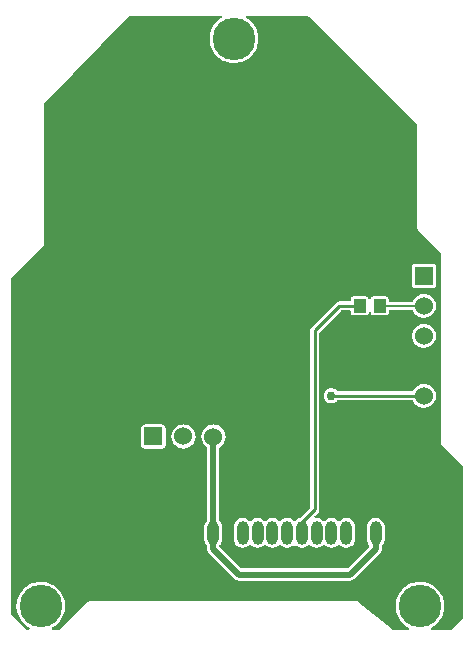
<source format=gbl>
G04 Layer: BottomLayer*
G04 EasyEDA v6.5.22, 2022-12-22 11:17:51*
G04 ce4e8ce13fa74190b801a80eed42a14c,57500b8d1a72451d9db585c8b3981418,10*
G04 Gerber Generator version 0.2*
G04 Scale: 100 percent, Rotated: No, Reflected: No *
G04 Dimensions in inches *
G04 leading zeros omitted , absolute positions ,3 integer and 6 decimal *
%FSLAX36Y36*%
%MOIN*%

%AMMACRO1*4,1,4,-0.0197,0.0217,0.0197,0.0217,0.0197,-0.0217,-0.0197,-0.0217,-0.0197,0.0217,0*%
%ADD10C,0.0320*%
%ADD11C,0.0060*%
%ADD12C,0.0100*%
%ADD13C,0.0200*%
%ADD14MACRO1*%
%ADD15R,0.0600X0.0600*%
%ADD16C,0.0600*%
%ADD17O,0.039689999999999996X0.07937*%
%ADD18C,0.1417*%
%ADD19C,0.0187*%
%ADD20C,0.0298*%

%LPD*%
G36*
X56980Y6200D02*
G01*
X55460Y6500D01*
X54160Y7380D01*
X7380Y54160D01*
X6500Y55460D01*
X6200Y56980D01*
X6200Y1176880D01*
X6500Y1178400D01*
X7380Y1179700D01*
X114420Y1286759D01*
X115600Y1288340D01*
X116199Y1289780D01*
X116440Y1291440D01*
X116440Y1759640D01*
X116740Y1761140D01*
X117579Y1762420D01*
X399080Y2051639D01*
X400400Y2052540D01*
X401940Y2052840D01*
X704640Y2052840D01*
X706340Y2052480D01*
X707720Y2051399D01*
X708500Y2049860D01*
X708560Y2048120D01*
X707880Y2046519D01*
X706580Y2045360D01*
X705639Y2044840D01*
X699200Y2040380D01*
X693220Y2035340D01*
X687740Y2029740D01*
X682840Y2023620D01*
X678540Y2017080D01*
X674900Y2010140D01*
X671960Y2002880D01*
X669720Y1995380D01*
X668220Y1987700D01*
X667460Y1979900D01*
X667460Y1972060D01*
X668220Y1964259D01*
X669720Y1956579D01*
X671960Y1949079D01*
X674900Y1941819D01*
X678540Y1934880D01*
X682840Y1928340D01*
X687740Y1922220D01*
X693220Y1916620D01*
X699200Y1911579D01*
X705639Y1907120D01*
X712500Y1903320D01*
X719680Y1900180D01*
X727120Y1897760D01*
X734780Y1896080D01*
X742540Y1895140D01*
X750380Y1894940D01*
X758199Y1895520D01*
X765920Y1896819D01*
X773460Y1898880D01*
X780800Y1901660D01*
X787820Y1905140D01*
X794460Y1909259D01*
X800699Y1914019D01*
X806420Y1919360D01*
X811620Y1925220D01*
X816220Y1931560D01*
X820200Y1938300D01*
X823500Y1945420D01*
X826100Y1952800D01*
X827980Y1960400D01*
X829100Y1968160D01*
X829479Y1975980D01*
X829100Y1983800D01*
X827980Y1991560D01*
X826100Y1999160D01*
X823500Y2006540D01*
X820200Y2013660D01*
X816220Y2020400D01*
X811620Y2026740D01*
X806420Y2032600D01*
X800699Y2037940D01*
X794460Y2042700D01*
X790020Y2045460D01*
X788800Y2046639D01*
X788180Y2048240D01*
X788280Y2049940D01*
X789100Y2051459D01*
X790460Y2052480D01*
X792140Y2052840D01*
X991080Y2052840D01*
X992600Y2052560D01*
X993900Y2051699D01*
X1358760Y1691500D01*
X1359640Y1690180D01*
X1359940Y1688640D01*
X1359940Y1342020D01*
X1360220Y1340060D01*
X1360820Y1338620D01*
X1361840Y1337280D01*
X1436720Y1262380D01*
X1437580Y1261080D01*
X1437900Y1259560D01*
X1437900Y628640D01*
X1438180Y626680D01*
X1438760Y625240D01*
X1439780Y623900D01*
X1512300Y551360D01*
X1513180Y550060D01*
X1513480Y548520D01*
X1513480Y48720D01*
X1513180Y47180D01*
X1512300Y45880D01*
X1473800Y7380D01*
X1472500Y6500D01*
X1470960Y6200D01*
X1409620Y6200D01*
X1407960Y6560D01*
X1406579Y7600D01*
X1405780Y9100D01*
X1405680Y10820D01*
X1406300Y12420D01*
X1407520Y13600D01*
X1414560Y17940D01*
X1420780Y22700D01*
X1426500Y28020D01*
X1431699Y33900D01*
X1436300Y40220D01*
X1440280Y46980D01*
X1443580Y54080D01*
X1446180Y61480D01*
X1448060Y69080D01*
X1449180Y76820D01*
X1449560Y84640D01*
X1449180Y92480D01*
X1448060Y100220D01*
X1446180Y107820D01*
X1443580Y115220D01*
X1440280Y122320D01*
X1436300Y129080D01*
X1431699Y135400D01*
X1426500Y141280D01*
X1420780Y146600D01*
X1414540Y151360D01*
X1407900Y155500D01*
X1400880Y158960D01*
X1393540Y161740D01*
X1386000Y163800D01*
X1378280Y165120D01*
X1370460Y165680D01*
X1362620Y165500D01*
X1354860Y164560D01*
X1347200Y162860D01*
X1339760Y160440D01*
X1332580Y157320D01*
X1325720Y153500D01*
X1319280Y149060D01*
X1313300Y144000D01*
X1307820Y138400D01*
X1302920Y132300D01*
X1298620Y125740D01*
X1294980Y118800D01*
X1292040Y111560D01*
X1289800Y104040D01*
X1288300Y96359D01*
X1287540Y88560D01*
X1287540Y80740D01*
X1288300Y72940D01*
X1289800Y65260D01*
X1292040Y57740D01*
X1294980Y50500D01*
X1298620Y43560D01*
X1302920Y37000D01*
X1307820Y30900D01*
X1313300Y25299D01*
X1319280Y20240D01*
X1325720Y15800D01*
X1329500Y13700D01*
X1330800Y12540D01*
X1331480Y10940D01*
X1331420Y9200D01*
X1330640Y7640D01*
X1329259Y6580D01*
X1327560Y6200D01*
X1276140Y6200D01*
X1274780Y6440D01*
X1273580Y7120D01*
X1163240Y99060D01*
X1161480Y100160D01*
X1160800Y100399D01*
X1158760Y100680D01*
X268000Y100680D01*
X266040Y100399D01*
X264740Y99880D01*
X263360Y98900D01*
X167960Y7320D01*
X166680Y6480D01*
X165180Y6200D01*
X145460Y6200D01*
X143780Y6560D01*
X142420Y7600D01*
X141600Y9100D01*
X141500Y10820D01*
X142120Y12420D01*
X143360Y13600D01*
X150380Y17940D01*
X156600Y22700D01*
X162340Y28020D01*
X167540Y33900D01*
X172140Y40220D01*
X176100Y46980D01*
X179400Y54080D01*
X182000Y61480D01*
X183880Y69080D01*
X185020Y76820D01*
X185400Y84640D01*
X185020Y92480D01*
X183880Y100220D01*
X182000Y107820D01*
X179400Y115220D01*
X176100Y122320D01*
X172140Y129080D01*
X167540Y135400D01*
X162340Y141280D01*
X156600Y146600D01*
X150380Y151360D01*
X143720Y155500D01*
X136700Y158960D01*
X129380Y161740D01*
X121820Y163800D01*
X114100Y165120D01*
X106280Y165680D01*
X98460Y165500D01*
X90680Y164560D01*
X83040Y162860D01*
X75580Y160440D01*
X68400Y157320D01*
X61560Y153500D01*
X55119Y149060D01*
X49120Y144000D01*
X43660Y138400D01*
X38760Y132300D01*
X34460Y125740D01*
X30820Y118800D01*
X27860Y111560D01*
X25620Y104040D01*
X24120Y96359D01*
X23360Y88560D01*
X23360Y80740D01*
X24120Y72940D01*
X25620Y65260D01*
X27860Y57740D01*
X30820Y50500D01*
X34460Y43560D01*
X38760Y37000D01*
X43660Y30900D01*
X49120Y25299D01*
X55119Y20240D01*
X61560Y15800D01*
X65320Y13700D01*
X66640Y12540D01*
X67320Y10940D01*
X67260Y9200D01*
X66460Y7640D01*
X65080Y6580D01*
X63380Y6200D01*
G37*

%LPC*%
G36*
X764800Y169800D02*
G01*
X1134800Y169800D01*
X1136640Y169880D01*
X1138380Y170120D01*
X1140100Y170500D01*
X1141780Y171020D01*
X1143420Y171700D01*
X1144980Y172500D01*
X1146460Y173460D01*
X1147860Y174520D01*
X1149220Y175780D01*
X1234900Y261439D01*
X1236140Y262800D01*
X1237220Y264200D01*
X1238160Y265700D01*
X1238980Y267260D01*
X1239640Y268880D01*
X1240180Y270560D01*
X1240560Y272280D01*
X1240780Y274020D01*
X1240880Y275880D01*
X1240880Y285520D01*
X1241200Y287120D01*
X1242140Y288440D01*
X1242680Y288940D01*
X1245480Y292460D01*
X1247720Y296340D01*
X1249360Y300520D01*
X1250360Y304900D01*
X1250720Y309520D01*
X1250720Y348900D01*
X1250360Y353519D01*
X1249360Y357900D01*
X1247720Y362080D01*
X1245480Y365959D01*
X1242680Y369480D01*
X1239400Y372540D01*
X1235680Y375060D01*
X1231640Y377000D01*
X1227360Y378340D01*
X1222920Y379000D01*
X1218420Y379000D01*
X1213980Y378340D01*
X1209700Y377000D01*
X1205660Y375060D01*
X1201940Y372540D01*
X1198660Y369480D01*
X1195860Y365959D01*
X1193620Y362080D01*
X1191980Y357900D01*
X1190980Y353519D01*
X1190620Y348900D01*
X1190620Y309520D01*
X1190980Y304900D01*
X1191980Y300520D01*
X1193620Y296340D01*
X1195860Y292460D01*
X1199960Y287300D01*
X1200320Y285740D01*
X1200020Y284160D01*
X1199140Y282820D01*
X1127680Y211380D01*
X1126380Y210500D01*
X1124860Y210200D01*
X774740Y210200D01*
X773220Y210500D01*
X771919Y211380D01*
X700660Y282640D01*
X699760Y283960D01*
X699479Y285540D01*
X699820Y287100D01*
X700759Y288400D01*
X701340Y288940D01*
X704140Y292460D01*
X706380Y296340D01*
X708020Y300520D01*
X709020Y304900D01*
X709380Y309520D01*
X709380Y348900D01*
X709020Y353519D01*
X708020Y357900D01*
X706380Y362080D01*
X704140Y365959D01*
X701340Y369480D01*
X700900Y369900D01*
X699960Y371220D01*
X699620Y372840D01*
X700120Y613040D01*
X700360Y614400D01*
X701040Y615580D01*
X706960Y620200D01*
X710699Y624060D01*
X713880Y628380D01*
X716460Y633080D01*
X718379Y638100D01*
X719640Y643319D01*
X720160Y648660D01*
X719980Y654020D01*
X719100Y659320D01*
X717500Y664440D01*
X715240Y669320D01*
X712360Y673840D01*
X708900Y677940D01*
X704900Y681540D01*
X700480Y684580D01*
X695699Y687000D01*
X690620Y688760D01*
X685360Y689840D01*
X680000Y690200D01*
X674640Y689840D01*
X669380Y688760D01*
X664300Y687000D01*
X659520Y684580D01*
X655100Y681540D01*
X651100Y677940D01*
X647640Y673840D01*
X644760Y669320D01*
X642500Y664440D01*
X640900Y659320D01*
X640020Y654020D01*
X639840Y648660D01*
X640360Y643319D01*
X641620Y638100D01*
X643540Y633080D01*
X646120Y628380D01*
X649300Y624060D01*
X653040Y620200D01*
X658800Y615660D01*
X659479Y614480D01*
X659720Y613120D01*
X659220Y372980D01*
X658880Y371380D01*
X657940Y370060D01*
X657320Y369480D01*
X654520Y365959D01*
X652280Y362080D01*
X650639Y357900D01*
X649640Y353519D01*
X649280Y348900D01*
X649280Y309520D01*
X649640Y304900D01*
X650639Y300520D01*
X652280Y296340D01*
X654520Y292460D01*
X658600Y287300D01*
X658940Y285700D01*
X658940Y275680D01*
X659020Y273820D01*
X659240Y272080D01*
X659620Y270360D01*
X660160Y268680D01*
X660819Y267060D01*
X661640Y265500D01*
X662580Y264000D01*
X663660Y262600D01*
X664900Y261240D01*
X750380Y175780D01*
X751740Y174520D01*
X753139Y173460D01*
X754620Y172500D01*
X756180Y171700D01*
X757820Y171020D01*
X759500Y170500D01*
X761220Y170120D01*
X762960Y169880D01*
G37*
G36*
X775520Y279420D02*
G01*
X780000Y279420D01*
X784440Y280080D01*
X788740Y281420D01*
X792780Y283360D01*
X796480Y285880D01*
X799640Y288820D01*
X800900Y289620D01*
X802360Y289880D01*
X803820Y289620D01*
X805080Y288820D01*
X808240Y285880D01*
X811960Y283360D01*
X816000Y281420D01*
X820280Y280080D01*
X824720Y279420D01*
X829220Y279420D01*
X833660Y280080D01*
X837940Y281420D01*
X841979Y283360D01*
X845699Y285880D01*
X848860Y288820D01*
X850120Y289620D01*
X851580Y289880D01*
X853040Y289620D01*
X854300Y288820D01*
X857460Y285880D01*
X861160Y283360D01*
X865200Y281420D01*
X869500Y280080D01*
X873940Y279420D01*
X878420Y279420D01*
X882860Y280080D01*
X887159Y281420D01*
X891200Y283360D01*
X894900Y285880D01*
X898060Y288820D01*
X899320Y289620D01*
X900780Y289880D01*
X902240Y289620D01*
X903500Y288820D01*
X906660Y285880D01*
X910380Y283360D01*
X914419Y281420D01*
X918700Y280080D01*
X923139Y279420D01*
X927640Y279420D01*
X932080Y280080D01*
X936360Y281420D01*
X940400Y283360D01*
X944120Y285880D01*
X947280Y288820D01*
X948540Y289620D01*
X950000Y289900D01*
X951460Y289620D01*
X952720Y288820D01*
X955879Y285880D01*
X959599Y283360D01*
X963640Y281420D01*
X967920Y280080D01*
X972360Y279420D01*
X976860Y279420D01*
X981300Y280080D01*
X985580Y281420D01*
X989620Y283360D01*
X993340Y285880D01*
X996500Y288820D01*
X997760Y289620D01*
X999220Y289880D01*
X1000680Y289620D01*
X1001940Y288820D01*
X1005100Y285880D01*
X1008800Y283360D01*
X1012840Y281420D01*
X1017140Y280080D01*
X1021580Y279420D01*
X1026060Y279420D01*
X1030500Y280080D01*
X1034800Y281420D01*
X1038840Y283360D01*
X1042540Y285880D01*
X1045699Y288820D01*
X1046960Y289620D01*
X1048420Y289880D01*
X1049880Y289620D01*
X1051140Y288820D01*
X1054300Y285880D01*
X1058020Y283360D01*
X1062060Y281420D01*
X1066340Y280080D01*
X1070780Y279420D01*
X1075280Y279420D01*
X1079720Y280080D01*
X1084000Y281420D01*
X1088040Y283360D01*
X1091760Y285880D01*
X1094920Y288820D01*
X1096180Y289620D01*
X1097640Y289880D01*
X1099100Y289620D01*
X1100360Y288820D01*
X1103520Y285880D01*
X1107220Y283360D01*
X1111260Y281420D01*
X1115560Y280080D01*
X1120000Y279420D01*
X1124480Y279420D01*
X1128920Y280080D01*
X1133220Y281420D01*
X1137260Y283360D01*
X1140960Y285880D01*
X1144260Y288940D01*
X1147060Y292460D01*
X1149300Y296340D01*
X1150940Y300520D01*
X1151940Y304900D01*
X1152280Y309520D01*
X1152280Y348900D01*
X1151940Y353519D01*
X1150940Y357900D01*
X1149300Y362080D01*
X1147060Y365959D01*
X1144260Y369480D01*
X1140960Y372540D01*
X1137260Y375060D01*
X1133220Y377000D01*
X1128920Y378340D01*
X1124480Y379000D01*
X1120000Y379000D01*
X1115560Y378340D01*
X1111260Y377000D01*
X1107220Y375060D01*
X1103520Y372540D01*
X1100360Y369600D01*
X1099100Y368800D01*
X1097640Y368540D01*
X1096180Y368800D01*
X1094920Y369600D01*
X1091760Y372540D01*
X1088040Y375060D01*
X1084000Y377000D01*
X1079720Y378340D01*
X1075280Y379000D01*
X1070780Y379000D01*
X1066340Y378340D01*
X1062060Y377000D01*
X1058020Y375060D01*
X1054300Y372540D01*
X1051140Y369600D01*
X1049880Y368800D01*
X1048420Y368540D01*
X1046960Y368800D01*
X1045699Y369600D01*
X1042540Y372540D01*
X1038840Y375060D01*
X1034800Y377000D01*
X1030500Y378340D01*
X1026060Y379000D01*
X1019440Y379020D01*
X1017980Y379780D01*
X1016940Y381079D01*
X1016520Y382680D01*
X1016780Y384320D01*
X1017680Y385720D01*
X1028600Y396640D01*
X1030620Y399099D01*
X1032020Y401719D01*
X1032880Y404560D01*
X1033199Y407720D01*
X1033199Y996620D01*
X1033500Y998160D01*
X1034380Y999460D01*
X1105080Y1069460D01*
X1106380Y1070320D01*
X1107900Y1070620D01*
X1133440Y1070620D01*
X1134980Y1070320D01*
X1136260Y1069440D01*
X1137140Y1068160D01*
X1137440Y1066620D01*
X1137440Y1064400D01*
X1137720Y1061900D01*
X1138480Y1059760D01*
X1139680Y1057820D01*
X1141300Y1056220D01*
X1143220Y1055000D01*
X1145380Y1054260D01*
X1147860Y1053960D01*
X1186780Y1053960D01*
X1189280Y1054260D01*
X1191420Y1055000D01*
X1193360Y1056220D01*
X1194960Y1057820D01*
X1196180Y1059760D01*
X1197000Y1062140D01*
X1197860Y1063540D01*
X1199180Y1064480D01*
X1200780Y1064820D01*
X1202380Y1064480D01*
X1203720Y1063540D01*
X1204560Y1062140D01*
X1205400Y1059760D01*
X1206600Y1057820D01*
X1208220Y1056220D01*
X1210140Y1055000D01*
X1212300Y1054260D01*
X1214780Y1053960D01*
X1253700Y1053960D01*
X1256200Y1054260D01*
X1258340Y1055000D01*
X1260280Y1056220D01*
X1261880Y1057820D01*
X1263100Y1059760D01*
X1263840Y1061900D01*
X1264140Y1064400D01*
X1264140Y1068620D01*
X1264440Y1070160D01*
X1265300Y1071440D01*
X1266600Y1072320D01*
X1268140Y1072620D01*
X1341279Y1072620D01*
X1342800Y1072320D01*
X1344100Y1071460D01*
X1344960Y1070180D01*
X1346020Y1067700D01*
X1348760Y1063080D01*
X1352080Y1058860D01*
X1355940Y1055120D01*
X1360260Y1051940D01*
X1364980Y1049360D01*
X1369980Y1047440D01*
X1375200Y1046180D01*
X1380540Y1045660D01*
X1385920Y1045840D01*
X1391200Y1046720D01*
X1396339Y1048319D01*
X1401200Y1050580D01*
X1405740Y1053460D01*
X1409840Y1056920D01*
X1413440Y1060920D01*
X1416480Y1065340D01*
X1418899Y1070120D01*
X1420660Y1075200D01*
X1421720Y1080460D01*
X1422080Y1085820D01*
X1421720Y1091180D01*
X1420660Y1096440D01*
X1418899Y1101520D01*
X1416480Y1106300D01*
X1413440Y1110720D01*
X1409840Y1114720D01*
X1405740Y1118180D01*
X1401200Y1121060D01*
X1396339Y1123320D01*
X1391200Y1124920D01*
X1385920Y1125800D01*
X1380540Y1125980D01*
X1375200Y1125460D01*
X1369980Y1124200D01*
X1364980Y1122280D01*
X1360260Y1119700D01*
X1355940Y1116520D01*
X1352080Y1112780D01*
X1348760Y1108560D01*
X1346020Y1103940D01*
X1344960Y1101460D01*
X1344100Y1100180D01*
X1342800Y1099320D01*
X1341279Y1099020D01*
X1268140Y1099020D01*
X1266600Y1099320D01*
X1265300Y1100200D01*
X1264440Y1101480D01*
X1264140Y1103020D01*
X1264140Y1107260D01*
X1263840Y1109740D01*
X1263100Y1111900D01*
X1261880Y1113820D01*
X1260280Y1115440D01*
X1258340Y1116640D01*
X1256200Y1117400D01*
X1253700Y1117680D01*
X1214780Y1117680D01*
X1212300Y1117400D01*
X1210140Y1116640D01*
X1208220Y1115440D01*
X1206600Y1113820D01*
X1205400Y1111900D01*
X1204560Y1109520D01*
X1203720Y1108120D01*
X1202380Y1107180D01*
X1200780Y1106840D01*
X1199180Y1107180D01*
X1197860Y1108120D01*
X1197000Y1109520D01*
X1196180Y1111900D01*
X1194960Y1113820D01*
X1193360Y1115440D01*
X1191420Y1116640D01*
X1189280Y1117400D01*
X1186780Y1117680D01*
X1147860Y1117680D01*
X1145380Y1117400D01*
X1143220Y1116640D01*
X1141300Y1115440D01*
X1139680Y1113820D01*
X1138480Y1111900D01*
X1137720Y1109740D01*
X1137440Y1107260D01*
X1137440Y1105020D01*
X1137140Y1103480D01*
X1136260Y1102200D01*
X1134980Y1101320D01*
X1133440Y1101020D01*
X1100200Y1101020D01*
X1097120Y1100720D01*
X1094260Y1099880D01*
X1091620Y1098480D01*
X1089160Y1096480D01*
X1007440Y1015560D01*
X1005420Y1013120D01*
X1004000Y1010500D01*
X1003120Y1007660D01*
X1002800Y1004419D01*
X1002800Y415480D01*
X1002500Y413960D01*
X1001620Y412660D01*
X967720Y378760D01*
X966960Y378160D01*
X966080Y377760D01*
X963640Y377000D01*
X959599Y375060D01*
X955879Y372540D01*
X952720Y369600D01*
X951460Y368800D01*
X950000Y368519D01*
X948540Y368800D01*
X947280Y369600D01*
X944120Y372540D01*
X940400Y375060D01*
X936360Y377000D01*
X932080Y378340D01*
X927640Y379000D01*
X923139Y379000D01*
X918700Y378340D01*
X914419Y377000D01*
X910380Y375060D01*
X906660Y372540D01*
X903500Y369600D01*
X902240Y368800D01*
X900780Y368540D01*
X899320Y368800D01*
X898060Y369600D01*
X894900Y372540D01*
X891200Y375060D01*
X887159Y377000D01*
X882860Y378340D01*
X878420Y379000D01*
X873940Y379000D01*
X869500Y378340D01*
X865200Y377000D01*
X861160Y375060D01*
X857460Y372540D01*
X854300Y369600D01*
X853040Y368800D01*
X851580Y368540D01*
X850120Y368800D01*
X848860Y369600D01*
X845699Y372540D01*
X841979Y375060D01*
X837940Y377000D01*
X833660Y378340D01*
X829220Y379000D01*
X824720Y379000D01*
X820280Y378340D01*
X816000Y377000D01*
X811960Y375060D01*
X808240Y372540D01*
X805080Y369600D01*
X803820Y368800D01*
X802360Y368540D01*
X800900Y368800D01*
X799640Y369600D01*
X796480Y372540D01*
X792780Y375060D01*
X788740Y377000D01*
X784440Y378340D01*
X780000Y379000D01*
X775520Y379000D01*
X771080Y378340D01*
X766780Y377000D01*
X762740Y375060D01*
X759040Y372540D01*
X755740Y369480D01*
X752940Y365959D01*
X750699Y362080D01*
X749060Y357900D01*
X748060Y353519D01*
X747720Y348900D01*
X747720Y309520D01*
X748060Y304900D01*
X749060Y300520D01*
X750699Y296340D01*
X752940Y292460D01*
X755740Y288940D01*
X759040Y285880D01*
X762740Y283360D01*
X766780Y281420D01*
X771080Y280080D01*
G37*
G36*
X450220Y609800D02*
G01*
X509780Y609800D01*
X512260Y610100D01*
X514420Y610840D01*
X516340Y612060D01*
X517960Y613660D01*
X519159Y615600D01*
X519920Y617740D01*
X520200Y620240D01*
X520200Y679780D01*
X519920Y682280D01*
X519159Y684419D01*
X517960Y686360D01*
X516340Y687960D01*
X514420Y689180D01*
X512260Y689920D01*
X509780Y690200D01*
X450220Y690200D01*
X447740Y689920D01*
X445580Y689180D01*
X443660Y687960D01*
X442040Y686360D01*
X440840Y684419D01*
X440080Y682280D01*
X439799Y679780D01*
X439799Y620240D01*
X440080Y617740D01*
X440840Y615600D01*
X442040Y613660D01*
X443660Y612060D01*
X445580Y610840D01*
X447740Y610100D01*
G37*
G36*
X577320Y609900D02*
G01*
X582680Y609900D01*
X588000Y610620D01*
X593180Y612040D01*
X598120Y614140D01*
X602740Y616880D01*
X606960Y620200D01*
X610700Y624060D01*
X613880Y628380D01*
X616460Y633100D01*
X618380Y638100D01*
X619640Y643319D01*
X620160Y648660D01*
X619980Y654040D01*
X619100Y659320D01*
X617500Y664460D01*
X615240Y669320D01*
X612360Y673860D01*
X608900Y677960D01*
X604900Y681560D01*
X600480Y684599D01*
X595700Y687020D01*
X590620Y688780D01*
X585360Y689840D01*
X580000Y690200D01*
X574640Y689840D01*
X569380Y688780D01*
X564300Y687020D01*
X559520Y684599D01*
X555100Y681560D01*
X551100Y677960D01*
X547640Y673860D01*
X544760Y669320D01*
X542500Y664460D01*
X540900Y659320D01*
X540020Y654040D01*
X539840Y648660D01*
X540360Y643319D01*
X541620Y638100D01*
X543540Y633100D01*
X546120Y628380D01*
X549300Y624060D01*
X553040Y620200D01*
X557260Y616880D01*
X561880Y614140D01*
X566820Y612040D01*
X572000Y610620D01*
G37*
G36*
X1380540Y745660D02*
G01*
X1385920Y745840D01*
X1391200Y746740D01*
X1396339Y748319D01*
X1401200Y750580D01*
X1405740Y753480D01*
X1409840Y756940D01*
X1413440Y760920D01*
X1416480Y765340D01*
X1418899Y770140D01*
X1420660Y775220D01*
X1421720Y780480D01*
X1422080Y785819D01*
X1421720Y791180D01*
X1420660Y796440D01*
X1418899Y801520D01*
X1416480Y806320D01*
X1413440Y810740D01*
X1409840Y814720D01*
X1405740Y818180D01*
X1401200Y821080D01*
X1396339Y823340D01*
X1391200Y824920D01*
X1385920Y825819D01*
X1380540Y826000D01*
X1375200Y825460D01*
X1369980Y824220D01*
X1364980Y822280D01*
X1360260Y819700D01*
X1355940Y816520D01*
X1352080Y812780D01*
X1348760Y808580D01*
X1344940Y802180D01*
X1343640Y801340D01*
X1342120Y801020D01*
X1094960Y801020D01*
X1093360Y801360D01*
X1092020Y802320D01*
X1090220Y804280D01*
X1086940Y806820D01*
X1083300Y808800D01*
X1079380Y810140D01*
X1075300Y810819D01*
X1071160Y810819D01*
X1067080Y810140D01*
X1063160Y808800D01*
X1059520Y806820D01*
X1056240Y804280D01*
X1053440Y801240D01*
X1051180Y797760D01*
X1049520Y793980D01*
X1048500Y789960D01*
X1048160Y785819D01*
X1048500Y781700D01*
X1049520Y777680D01*
X1051180Y773900D01*
X1053440Y770420D01*
X1056240Y767380D01*
X1059520Y764840D01*
X1063160Y762860D01*
X1067080Y761520D01*
X1071160Y760840D01*
X1075300Y760840D01*
X1079380Y761520D01*
X1083300Y762860D01*
X1086940Y764840D01*
X1090220Y767380D01*
X1092020Y769340D01*
X1093360Y770300D01*
X1094960Y770620D01*
X1342120Y770620D01*
X1343640Y770320D01*
X1344940Y769479D01*
X1348760Y763080D01*
X1352080Y758880D01*
X1355940Y755140D01*
X1360260Y751960D01*
X1364980Y749380D01*
X1369980Y747440D01*
X1375200Y746200D01*
G37*
G36*
X1380540Y945660D02*
G01*
X1385920Y945840D01*
X1391200Y946720D01*
X1396339Y948319D01*
X1401200Y950580D01*
X1405740Y953460D01*
X1409840Y956919D01*
X1413440Y960920D01*
X1416480Y965340D01*
X1418899Y970120D01*
X1420660Y975200D01*
X1421720Y980460D01*
X1422080Y985819D01*
X1421720Y991180D01*
X1420660Y996440D01*
X1418899Y1001520D01*
X1416480Y1006300D01*
X1413440Y1010720D01*
X1409840Y1014720D01*
X1405740Y1018180D01*
X1401200Y1021060D01*
X1396339Y1023319D01*
X1391200Y1024920D01*
X1385920Y1025800D01*
X1380540Y1025980D01*
X1375200Y1025460D01*
X1369980Y1024200D01*
X1364980Y1022280D01*
X1360260Y1019700D01*
X1355940Y1016520D01*
X1352080Y1012780D01*
X1348760Y1008560D01*
X1346020Y1003940D01*
X1343920Y999000D01*
X1342500Y993820D01*
X1341780Y988500D01*
X1341780Y983139D01*
X1342500Y977820D01*
X1343920Y972640D01*
X1346020Y967700D01*
X1348760Y963080D01*
X1352080Y958860D01*
X1355940Y955120D01*
X1360260Y951940D01*
X1364980Y949360D01*
X1369980Y947440D01*
X1375200Y946180D01*
G37*
G36*
X1352120Y1145620D02*
G01*
X1411660Y1145620D01*
X1414160Y1145900D01*
X1416300Y1146660D01*
X1418240Y1147860D01*
X1419840Y1149480D01*
X1421060Y1151400D01*
X1421800Y1153560D01*
X1422100Y1156040D01*
X1422100Y1215600D01*
X1421800Y1218080D01*
X1421060Y1220240D01*
X1419840Y1222160D01*
X1418240Y1223780D01*
X1416300Y1224980D01*
X1414160Y1225740D01*
X1411660Y1226020D01*
X1352120Y1226020D01*
X1349620Y1225740D01*
X1347480Y1224980D01*
X1345540Y1223780D01*
X1343940Y1222160D01*
X1342720Y1220240D01*
X1341980Y1218080D01*
X1341699Y1215600D01*
X1341699Y1156040D01*
X1341980Y1153560D01*
X1342720Y1151400D01*
X1343940Y1149480D01*
X1345540Y1147860D01*
X1347480Y1146660D01*
X1349620Y1145900D01*
G37*

%LPD*%
D10*
X679130Y346610D02*
G01*
X679330Y346410D01*
X679330Y329210D01*
D11*
X1381890Y1085820D02*
G01*
X1234250Y1085820D01*
D12*
X974610Y329210D02*
G01*
X974610Y364140D01*
X1018000Y407530D01*
X1018000Y1004620D01*
X1100000Y1085820D01*
X1167320Y1085820D01*
X1073230Y785830D02*
G01*
X1381890Y785830D01*
D13*
X1220670Y329210D02*
G01*
X1220670Y275790D01*
X1134880Y190000D01*
X764720Y190000D01*
X679130Y275590D01*
X679130Y326770D01*
X728340Y326770D02*
G01*
X728340Y281660D01*
X780000Y230000D01*
X1120000Y230000D01*
X1171460Y281460D01*
X1171460Y329210D01*
X679330Y329210D02*
G01*
X680000Y650000D01*
X728540Y329210D02*
G01*
X728540Y378540D01*
X780000Y430000D01*
X780000Y650000D01*
D14*
G01*
X1167324Y1085825D03*
G01*
X1234245Y1085825D03*
D15*
G01*
X1381890Y1185820D03*
D16*
G01*
X1381890Y1085820D03*
G01*
X1381890Y985819D03*
G01*
X1381890Y885819D03*
G01*
X1381890Y785830D03*
D17*
G01*
X679330Y329210D03*
G01*
X728540Y329210D03*
G01*
X777760Y329210D03*
G01*
X826970Y329210D03*
G01*
X876180Y329210D03*
G01*
X925390Y329210D03*
G01*
X974610Y329210D03*
G01*
X1023820Y329210D03*
G01*
X1073030Y329210D03*
G01*
X1122240Y329210D03*
G01*
X1171460Y329210D03*
G01*
X1220670Y329210D03*
D15*
G01*
X480000Y650010D03*
D16*
G01*
X580000Y650010D03*
G01*
X680000Y650000D03*
G01*
X780000Y650000D03*
D18*
G01*
X104330Y84650D03*
G01*
X1368500Y84650D03*
G01*
X748420Y1975980D03*
D20*
G01*
X1073230Y785830D03*
M02*

</source>
